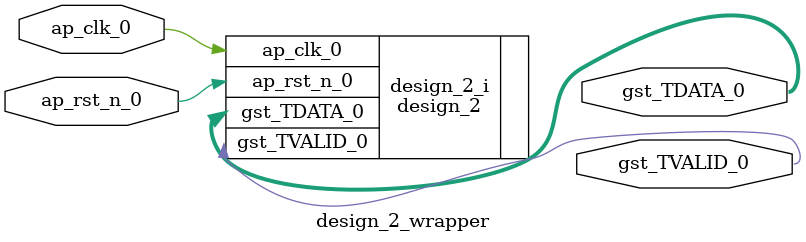
<source format=v>
`timescale 1 ps / 1 ps

module design_2_wrapper
   (ap_clk_0,
    ap_rst_n_0,
    gst_TDATA_0,
    gst_TVALID_0);
  input ap_clk_0;
  input ap_rst_n_0;
  output [63:0]gst_TDATA_0;
  output gst_TVALID_0;

  wire ap_clk_0;
  wire ap_rst_n_0;
  wire [63:0]gst_TDATA_0;
  wire gst_TVALID_0;

  design_2 design_2_i
       (.ap_clk_0(ap_clk_0),
        .ap_rst_n_0(ap_rst_n_0),
        .gst_TDATA_0(gst_TDATA_0),
        .gst_TVALID_0(gst_TVALID_0));
endmodule

</source>
